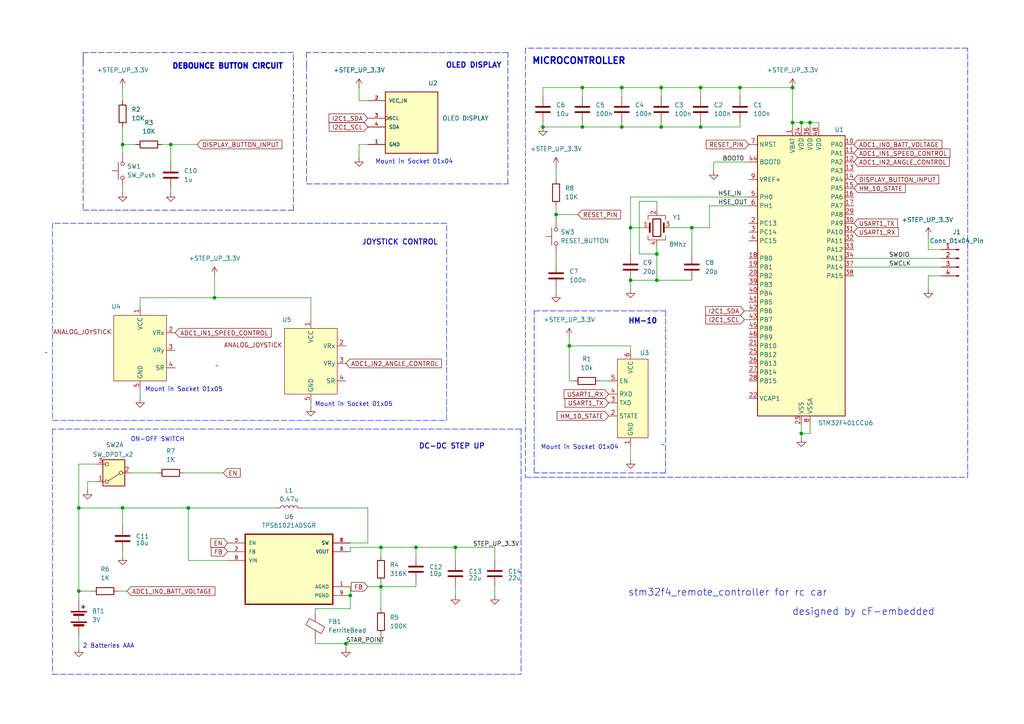
<source format=kicad_sch>
(kicad_sch (version 20231120) (generator "eeschema") (generator_version "8.0")
  (paper "A4")
  (lib_symbols
    (symbol "Connector:Conn_01x04_Pin" (pin_names (offset 1.016) hide)
      (property "Reference" "J" (at 0 5.08 0))
      (property "Value" "Conn_01x04_Pin" (at 0 -7.62 0))
      (symbol "Conn_01x04_Pin_1_1"
        (polyline (pts (xy 1.27 -5.08) (xy 0.8636 -5.08)) (stroke (width 0.1524)))
        (polyline (pts (xy 1.27 -2.54) (xy 0.8636 -2.54)) (stroke (width 0.1524)))
        (polyline (pts (xy 1.27 0) (xy 0.8636 0)) (stroke (width 0.1524)))
        (polyline (pts (xy 1.27 2.54) (xy 0.8636 2.54)) (stroke (width 0.1524)))
        (rectangle (start 0.8636 -4.953) (end 0 -5.207) (stroke (width 0.1524)) (fill (type outline)))
        (rectangle (start 0.8636 -2.413) (end 0 -2.667) (stroke (width 0.1524)) (fill (type outline)))
        (rectangle (start 0.8636 0.127) (end 0 -0.127) (stroke (width 0.1524)) (fill (type outline)))
        (rectangle (start 0.8636 2.667) (end 0 2.413) (stroke (width 0.1524)) (fill (type outline)))
        (pin passive line (at 5.08 2.54 180) (length 3.81) (name "Pin_1") (number "1"))
        (pin passive line (at 5.08 0 180) (length 3.81) (name "Pin_2") (number "2"))
        (pin passive line (at 5.08 -2.54 180) (length 3.81) (name "Pin_3") (number "3"))
        (pin passive line (at 5.08 -5.08 180) (length 3.81) (name "Pin_4") (number "4"))
      )
    )
    (symbol "DM-OLED096-636:DM-OLED096-636" (pin_names (offset 1.016))
      (property "Reference" "U" (at -7.62 10.922 0))
      (property "Value" "DM-OLED096-636" (at -7.62 -10.16 0))
      (symbol "DM-OLED096-636_0_0"
        (rectangle (start -7.62 -7.62) (end 7.62 10.16) (stroke (width 0.254)) (fill (type background)))
        (pin power_in line (at 12.7 -5.08 180) (length 5.08) (name "GND") (number "1"))
        (pin power_in line (at 12.7 7.62 180) (length 5.08) (name "VCC_IN") (number "2"))
        (pin input clock (at 12.7 2.54 180) (length 5.08) (name "SCL") (number "3"))
        (pin bidirectional line (at 12.7 0 180) (length 5.08) (name "SDA") (number "4"))
      )
    )
    (symbol "Device:Battery" (pin_numbers hide) (pin_names (offset 0) hide)
      (property "Reference" "BT" (at 2.54 2.54 0))
      (property "Value" "Battery" (at 2.54 0 0))
      (symbol "Battery_0_1"
        (rectangle (start -2.286 -1.27) (end 2.286 -1.524) (fill (type outline)))
        (rectangle (start -2.286 1.778) (end 2.286 1.524) (fill (type outline)))
        (rectangle (start -1.524 -2.032) (end 1.524 -2.54) (fill (type outline)))
        (rectangle (start -1.524 1.016) (end 1.524 0.508) (fill (type outline)))
        (polyline (pts (xy 0 -1.016) (xy 0 -0.762)))
        (polyline (pts (xy 0 -0.508) (xy 0 -0.254)))
        (polyline (pts (xy 0 0) (xy 0 0.254)))
        (polyline (pts (xy 0 1.778) (xy 0 2.54)))
        (polyline (pts (xy 0.762 3.048) (xy 1.778 3.048)) (stroke (width 0.254)))
        (polyline (pts (xy 1.27 3.556) (xy 1.27 2.54)) (stroke (width 0.254)))
      )
      (symbol "Battery_1_1"
        (pin passive line (at 0 5.08 270) (length 2.54) (name "+") (number "1"))
        (pin passive line (at 0 -5.08 90) (length 2.54) (name "-") (number "2"))
      )
    )
    (symbol "Device:C" (pin_numbers hide) (pin_names (offset 0.254))
      (property "Reference" "C" (at 0.635 2.54 0))
      (property "Value" "C" (at 0.635 -2.54 0))
      (symbol "C_0_1"
        (polyline (pts (xy -2.032 -0.762) (xy 2.032 -0.762)) (stroke (width 0.508)))
        (polyline (pts (xy -2.032 0.762) (xy 2.032 0.762)) (stroke (width 0.508)))
      )
      (symbol "C_1_1"
        (pin passive line (at 0 3.81 270) (length 2.794) (name "~") (number "1"))
        (pin passive line (at 0 -3.81 90) (length 2.794) (name "~") (number "2"))
      )
    )
    (symbol "Device:Crystal_GND24" (pin_names (offset 1.016) hide)
      (property "Reference" "Y" (at 3.175 5.08 0))
      (property "Value" "Crystal_GND24" (at 3.175 3.175 0))
      (symbol "Crystal_GND24_0_1"
        (rectangle (start -1.143 2.54) (end 1.143 -2.54) (stroke (width 0.3048)))
        (polyline (pts (xy -2.54 0) (xy -2.032 0)))
        (polyline (pts (xy -2.032 -1.27) (xy -2.032 1.27)) (stroke (width 0.508)))
        (polyline (pts (xy 0 -3.81) (xy 0 -3.556)))
        (polyline (pts (xy 0 3.556) (xy 0 3.81)))
        (polyline (pts (xy 2.032 -1.27) (xy 2.032 1.27)) (stroke (width 0.508)))
        (polyline (pts (xy 2.032 0) (xy 2.54 0)))
        (polyline (pts (xy -2.54 -2.286) (xy -2.54 -3.556) (xy 2.54 -3.556) (xy 2.54 -2.286)))
        (polyline (pts (xy -2.54 2.286) (xy -2.54 3.556) (xy 2.54 3.556) (xy 2.54 2.286)))
      )
      (symbol "Crystal_GND24_1_1"
        (pin passive line (at -3.81 0 0) (length 1.27) (name "1") (number "1"))
        (pin passive line (at 0 5.08 270) (length 1.27) (name "2") (number "2"))
        (pin passive line (at 3.81 0 180) (length 1.27) (name "3") (number "3"))
        (pin passive line (at 0 -5.08 90) (length 1.27) (name "4") (number "4"))
      )
    )
    (symbol "Device:FerriteBead" (pin_numbers hide) (pin_names (offset 0))
      (property "Reference" "FB" (at -3.81 0.635 90))
      (property "Value" "FerriteBead" (at 3.81 0 90))
      (symbol "FerriteBead_0_1"
        (polyline (pts (xy 0 -1.27) (xy 0 -1.2192)))
        (polyline (pts (xy 0 1.27) (xy 0 1.2954)))
        (polyline (pts (xy -2.7686 0.4064) (xy -1.7018 2.2606) (xy 2.7686 -0.3048) (xy 1.6764 -2.159) (xy -2.7686 0.4064)))
      )
      (symbol "FerriteBead_1_1"
        (pin passive line (at 0 3.81 270) (length 2.54) (name "~") (number "1"))
        (pin passive line (at 0 -3.81 90) (length 2.54) (name "~") (number "2"))
      )
    )
    (symbol "Device:L" (pin_numbers hide) (pin_names (offset 1.016) hide)
      (property "Reference" "L" (at -1.27 0 90))
      (property "Value" "L" (at 1.905 0 90))
      (symbol "L_0_1"
        (arc (start 0 -2.54) (mid 0.6323 -1.905) (end 0 -1.27))
        (arc (start 0 -1.27) (mid 0.6323 -0.635) (end 0 0))
        (arc (start 0 0) (mid 0.6323 0.635) (end 0 1.27))
        (arc (start 0 1.27) (mid 0.6323 1.905) (end 0 2.54))
      )
      (symbol "L_1_1"
        (pin passive line (at 0 3.81 270) (length 1.27) (name "1") (number "1"))
        (pin passive line (at 0 -3.81 90) (length 1.27) (name "2") (number "2"))
      )
    )
    (symbol "Device:R" (pin_numbers hide) (pin_names (offset 0))
      (property "Reference" "R" (at 2.032 0 90))
      (property "Value" "R" (at 0 0 90))
      (symbol "R_0_1"
        (rectangle (start -1.016 -2.54) (end 1.016 2.54) (stroke (width 0.254)))
      )
      (symbol "R_1_1"
        (pin passive line (at 0 3.81 270) (length 1.27) (name "~") (number "1"))
        (pin passive line (at 0 -3.81 90) (length 1.27) (name "~") (number "2"))
      )
    )
    (symbol "MCU_ST_STM32F4:STM32F401CCUx"
      (property "Reference" "U" (at -12.7 41.91 0))
      (property "Value" "STM32F401CCUx" (at 7.62 41.91 0))
      (symbol "STM32F401CCUx_0_1"
        (rectangle (start -12.7 -40.64) (end 12.7 40.64) (stroke (width 0.254)) (fill (type background)))
      )
      (symbol "STM32F401CCUx_1_1"
        (pin power_in line (at -2.54 43.18 270) (length 2.54) (name "VBAT") (number "1"))
        (pin bidirectional line (at 15.24 38.1 180) (length 2.54) (name "PA0") (number "10"))
        (pin bidirectional line (at 15.24 35.56 180) (length 2.54) (name "PA1") (number "11"))
        (pin bidirectional line (at 15.24 33.02 180) (length 2.54) (name "PA2") (number "12"))
        (pin bidirectional line (at 15.24 30.48 180) (length 2.54) (name "PA3") (number "13"))
        (pin bidirectional line (at 15.24 27.94 180) (length 2.54) (name "PA4") (number "14"))
        (pin bidirectional line (at 15.24 25.4 180) (length 2.54) (name "PA5") (number "15"))
        (pin bidirectional line (at 15.24 22.86 180) (length 2.54) (name "PA6") (number "16"))
        (pin bidirectional line (at 15.24 20.32 180) (length 2.54) (name "PA7") (number "17"))
        (pin bidirectional line (at -15.24 5.08 0) (length 2.54) (name "PB0") (number "18"))
        (pin bidirectional line (at -15.24 2.54 0) (length 2.54) (name "PB1") (number "19"))
        (pin bidirectional line (at -15.24 15.24 0) (length 2.54) (name "PC13") (number "2"))
        (pin bidirectional line (at -15.24 0 0) (length 2.54) (name "PB2") (number "20"))
        (pin bidirectional line (at -15.24 -20.32 0) (length 2.54) (name "PB10") (number "21"))
        (pin power_out line (at -15.24 -35.56 0) (length 2.54) (name "VCAP1") (number "22"))
        (pin power_in line (at 0 -43.18 90) (length 2.54) (name "VSS") (number "23"))
        (pin power_in line (at 0 43.18 270) (length 2.54) (name "VDD") (number "24"))
        (pin bidirectional line (at -15.24 -22.86 0) (length 2.54) (name "PB12") (number "25"))
        (pin bidirectional line (at -15.24 -25.4 0) (length 2.54) (name "PB13") (number "26"))
        (pin bidirectional line (at -15.24 -27.94 0) (length 2.54) (name "PB14") (number "27"))
        (pin bidirectional line (at -15.24 -30.48 0) (length 2.54) (name "PB15") (number "28"))
        (pin bidirectional line (at 15.24 17.78 180) (length 2.54) (name "PA8") (number "29"))
        (pin bidirectional line (at -15.24 12.7 0) (length 2.54) (name "PC14") (number "3"))
        (pin bidirectional line (at 15.24 15.24 180) (length 2.54) (name "PA9") (number "30"))
        (pin bidirectional line (at 15.24 12.7 180) (length 2.54) (name "PA10") (number "31"))
        (pin bidirectional line (at 15.24 10.16 180) (length 2.54) (name "PA11") (number "32"))
        (pin bidirectional line (at 15.24 7.62 180) (length 2.54) (name "PA12") (number "33"))
        (pin bidirectional line (at 15.24 5.08 180) (length 2.54) (name "PA13") (number "34"))
        (pin passive line (at 0 -43.18 90) (length 2.54) hide (name "VSS") (number "35"))
        (pin power_in line (at 2.54 43.18 270) (length 2.54) (name "VDD") (number "36"))
        (pin bidirectional line (at 15.24 2.54 180) (length 2.54) (name "PA14") (number "37"))
        (pin bidirectional line (at 15.24 0 180) (length 2.54) (name "PA15") (number "38"))
        (pin bidirectional line (at -15.24 -2.54 0) (length 2.54) (name "PB3") (number "39"))
        (pin bidirectional line (at -15.24 10.16 0) (length 2.54) (name "PC15") (number "4"))
        (pin bidirectional line (at -15.24 -5.08 0) (length 2.54) (name "PB4") (number "40"))
        (pin bidirectional line (at -15.24 -7.62 0) (length 2.54) (name "PB5") (number "41"))
        (pin bidirectional line (at -15.24 -10.16 0) (length 2.54) (name "PB6") (number "42"))
        (pin bidirectional line (at -15.24 -12.7 0) (length 2.54) (name "PB7") (number "43"))
        (pin input line (at -15.24 33.02 0) (length 2.54) (name "BOOT0") (number "44"))
        (pin bidirectional line (at -15.24 -15.24 0) (length 2.54) (name "PB8") (number "45"))
        (pin bidirectional line (at -15.24 -17.78 0) (length 2.54) (name "PB9") (number "46"))
        (pin passive line (at 0 -43.18 90) (length 2.54) hide (name "VSS") (number "47"))
        (pin power_in line (at 5.08 43.18 270) (length 2.54) (name "VDD") (number "48"))
        (pin passive line (at 0 -43.18 90) (length 2.54) hide (name "VSS") (number "49"))
        (pin bidirectional line (at -15.24 22.86 0) (length 2.54) (name "PH0") (number "5"))
        (pin bidirectional line (at -15.24 20.32 0) (length 2.54) (name "PH1") (number "6"))
        (pin input line (at -15.24 38.1 0) (length 2.54) (name "NRST") (number "7"))
        (pin power_in line (at 2.54 -43.18 90) (length 2.54) (name "VSSA") (number "8"))
        (pin input line (at -15.24 27.94 0) (length 2.54) (name "VREF+") (number "9"))
      )
    )
    (symbol "Switch:SW_DPDT_x2" (pin_names (offset 0) hide)
      (property "Reference" "SW" (at 0 5.08 0))
      (property "Value" "SW_DPDT_x2" (at 0 -5.08 0))
      (symbol "SW_DPDT_x2_0_0"
        (circle (center -2.032 0) (radius 0.508))
        (circle (center 2.032 -2.54) (radius 0.508))
      )
      (symbol "SW_DPDT_x2_0_1"
        (rectangle (start -3.175 3.81) (end 3.175 -3.81) (stroke (width 0.254)) (fill (type background)))
        (polyline (pts (xy -1.524 0.254) (xy 1.5748 2.286)))
        (circle (center 2.032 2.54) (radius 0.508))
      )
      (symbol "SW_DPDT_x2_1_1"
        (pin passive line (at 5.08 2.54 180) (length 2.54) (name "A") (number "1"))
        (pin passive line (at -5.08 0 0) (length 2.54) (name "B") (number "2"))
        (pin passive line (at 5.08 -2.54 180) (length 2.54) (name "C") (number "3"))
      )
      (symbol "SW_DPDT_x2_2_1"
        (pin passive line (at 5.08 2.54 180) (length 2.54) (name "A") (number "4"))
        (pin passive line (at -5.08 0 0) (length 2.54) (name "B") (number "5"))
        (pin passive line (at 5.08 -2.54 180) (length 2.54) (name "C") (number "6"))
      )
    )
    (symbol "Switch:SW_Push" (pin_numbers hide) (pin_names (offset 1.016) hide)
      (property "Reference" "SW" (at 1.27 2.54 0))
      (property "Value" "SW_Push" (at 0 -1.524 0))
      (symbol "SW_Push_0_1"
        (circle (center -2.032 0) (radius 0.508))
        (polyline (pts (xy 0 1.27) (xy 0 3.048)))
        (polyline (pts (xy 2.54 1.27) (xy -2.54 1.27)))
        (circle (center 2.032 0) (radius 0.508))
        (pin passive line (at -5.08 0 0) (length 2.54) (name "1") (number "1"))
        (pin passive line (at 5.08 0 180) (length 2.54) (name "2") (number "2"))
      )
    )
    (symbol "TPS61021ADSGR:TPS61021ADSGR" (pin_names (offset 1.016))
      (property "Reference" "U" (at -12.7 11.16 0))
      (property "Value" "TPS61021ADSGR" (at -12.7 -14.16 0))
      (symbol "TPS61021ADSGR_0_0"
        (rectangle (start -12.7 -10.16) (end 12.7 10.16) (stroke (width 0.41)) (fill (type background)))
        (pin power_in line (at 17.78 -5.08 180) (length 5.08) (name "AGND") (number "1"))
        (pin input line (at -17.78 5.08 0) (length 5.08) (name "FB") (number "2"))
        (pin output line (at 17.78 5.08 180) (length 5.08) (name "VOUT") (number "3"))
        (pin output line (at 17.78 5.08 180) (length 5.08) (name "VOUT") (number "4"))
        (pin input line (at -17.78 7.62 0) (length 5.08) (name "EN") (number "5"))
        (pin output line (at 17.78 7.62 180) (length 5.08) (name "SW") (number "6"))
        (pin output line (at 17.78 7.62 180) (length 5.08) (name "SW") (number "7"))
        (pin input line (at -17.78 2.54 0) (length 5.08) (name "VIN") (number "8"))
        (pin power_in line (at 17.78 -7.62 180) (length 5.08) (name "PGND") (number "9"))
      )
    )
    (symbol "hm-10:hm-10"
      (property "Reference" "U" (at 1.778 12.7 0))
      (symbol "hm-10_1_1"
        (rectangle (start -3.81 11.43) (end 5.08 -11.43) (fill (type background)))
        (pin input line (at 0 -13.97 90) (length 2.54) (name "GND") (number "1"))
        (pin input line (at -6.35 -5.08 0) (length 2.54) (name "STATE") (number "2"))
        (pin input line (at -6.35 -1.27 0) (length 2.54) (name "TXD") (number "3"))
        (pin input line (at -6.35 1.27 0) (length 2.54) (name "RXD") (number "4"))
        (pin input line (at -6.35 5.08 0) (length 2.54) (name "EN") (number "5"))
        (pin input line (at 0 13.97 270) (length 2.54) (name "VCC") (number "6"))
      )
    )
    (symbol "joystick:analog_joystick"
      (property "Reference" "U" (at 7.62 -13.97 0))
      (symbol "analog_joystick_1_1"
        (rectangle (start -6.35 7.62) (end 8.89 -11.43) (fill (type background)))
        (text "ANALOG_JOYSTICK" (at 18.034 2.794 0) (effects (font (size 1.27 1.27))))
        (pin input line (at 1.27 10.16 270) (length 2.54) (name "VCC") (number "1"))
        (pin input line (at -8.89 2.54 0) (length 2.54) (name "VRx") (number "2"))
        (pin input line (at -8.89 -2.54 0) (length 2.54) (name "VRy") (number "3"))
        (pin input line (at -8.89 -7.62 0) (length 2.54) (name "SR") (number "4"))
        (pin input line (at 1.27 -13.97 90) (length 2.54) (name "GND") (number "5"))
      )
    )
    (symbol "power:+BATT" (power) (pin_numbers hide) (pin_names (offset 0) hide)
      (property "Value" "+BATT" (at 0 3.556 0))
      (symbol "+BATT_0_1"
        (polyline (pts (xy -0.762 1.27) (xy 0 2.54)))
        (polyline (pts (xy 0 0) (xy 0 2.54)))
        (polyline (pts (xy 0 2.54) (xy 0.762 1.27)))
      )
      (symbol "+BATT_1_1"
        (pin power_in line (at 0 0 90) (length 0) (name "~") (number "1"))
      )
    )
    (symbol "power:GND" (power) (pin_numbers hide) (pin_names (offset 0) hide)
      (property "Value" "GND" (at 0 -3.81 0))
      (symbol "GND_0_1"
        (polyline (pts (xy 0 0) (xy 0 -1.27) (xy 1.27 -1.27) (xy 0 -2.54) (xy -1.27 -1.27) (xy 0 -1.27)))
      )
      (symbol "GND_1_1"
        (pin power_in line (at 0 0 270) (length 0) (name "~") (number "1"))
      )
    )
  )
  (junction (at 100.33 186.69))
  (junction (at 35.56 147.32))
  (junction (at 191.77 36.83))
  (junction (at 101.6 172.72))
  (junction (at 229.87 25.4))
  (junction (at 161.29 62.23))
  (junction (at 232.41 35.56))
  (junction (at 182.88 66.04))
  (junction (at 168.91 36.83))
  (junction (at 214.63 25.4))
  (junction (at 62.23 86.36))
  (junction (at 168.91 25.4))
  (junction (at 110.49 158.75))
  (junction (at 165.1 100.33))
  (junction (at 35.56 41.91))
  (junction (at 200.66 66.04))
  (junction (at 22.86 147.32))
  (junction (at 203.2 36.83))
  (junction (at 190.5 81.28))
  (junction (at 180.34 25.4))
  (junction (at 191.77 25.4))
  (junction (at 229.87 35.56))
  (junction (at 120.65 158.75))
  (junction (at 190.5 73.66))
  (junction (at 234.95 35.56))
  (junction (at 54.61 147.32))
  (junction (at 232.41 125.73))
  (junction (at 110.49 170.18))
  (junction (at 132.08 158.75))
  (junction (at 157.48 36.83))
  (junction (at 49.53 41.91))
  (junction (at 22.86 171.45))
  (junction (at 180.34 36.83))
  (junction (at 203.2 25.4))
  (junction (at 182.88 81.28))
  (wire (pts (xy 152.4 138.43) (xy 280.67 138.43)) (stroke (width 0) (type dash) (color 14 2 255 1)))
  (wire (pts (xy 15.24 195.58) (xy 151.13 195.58)) (stroke (width 0) (type dash) (color 0 3 255 1)))
  (polyline (pts (xy 88.9 53.34) (xy 147.32 53.34)) (stroke (width 0) (type dash)))
  (wire (pts (xy 132.08 158.75) (xy 132.08 162.56)))
  (wire (pts (xy 91.44 176.53) (xy 101.6 176.53)))
  (wire (pts (xy 110.49 170.18) (xy 110.49 176.53)))
  (wire (pts (xy 25.4 142.24) (xy 25.4 139.7)))
  (wire (pts (xy 200.66 66.04) (xy 194.31 66.04)))
  (wire (pts (xy 90.17 116.84) (xy 90.17 118.11)))
  (wire (pts (xy 132.08 170.18) (xy 132.08 172.72)))
  (wire (pts (xy 40.64 113.03) (xy 40.64 115.57)))
  (wire (pts (xy 229.87 35.56) (xy 229.87 36.83)))
  (wire (pts (xy 35.56 25.4) (xy 35.56 29.21)))
  (wire (pts (xy 161.29 48.26) (xy 161.29 52.07)))
  (wire (pts (xy 106.68 41.91) (xy 104.14 41.91)))
  (wire (pts (xy 229.87 25.4) (xy 214.63 25.4)))
  (wire (pts (xy 203.2 25.4) (xy 214.63 25.4)))
  (wire (pts (xy 101.6 158.75) (xy 110.49 158.75)))
  (wire (pts (xy 91.44 186.69) (xy 91.44 185.42)))
  (wire (pts (xy 168.91 36.83) (xy 180.34 36.83)))
  (polyline (pts (xy 88.9 15.24) (xy 88.9 19.05)) (stroke (width 0) (type dash)))
  (wire (pts (xy 190.5 81.28) (xy 200.66 81.28)))
  (wire (pts (xy 22.86 171.45) (xy 26.67 171.45)))
  (wire (pts (xy 180.34 27.94) (xy 180.34 25.4)))
  (wire (pts (xy 161.29 59.69) (xy 161.29 62.23)))
  (wire (pts (xy 232.41 125.73) (xy 232.41 127)))
  (wire (pts (xy 237.49 35.56) (xy 237.49 36.83)))
  (wire (pts (xy 35.56 41.91) (xy 39.37 41.91)))
  (wire (pts (xy 157.48 35.56) (xy 157.48 36.83)))
  (wire (pts (xy 106.68 170.18) (xy 110.49 170.18)))
  (wire (pts (xy 35.56 147.32) (xy 35.56 152.4)))
  (wire (pts (xy 49.53 46.99) (xy 49.53 41.91)))
  (polyline (pts (xy 147.32 15.24) (xy 88.9 15.24)) (stroke (width 0) (type dash)))
  (wire (pts (xy 46.99 41.91) (xy 49.53 41.91)))
  (wire (pts (xy 91.44 176.53) (xy 91.44 177.8)))
  (wire (pts (xy 247.65 77.47) (xy 273.05 77.47)))
  (wire (pts (xy 120.65 170.18) (xy 120.65 168.91)))
  (wire (pts (xy 22.86 173.99) (xy 22.86 171.45)))
  (wire (pts (xy 22.86 184.15) (xy 22.86 187.96)))
  (polyline (pts (xy 24.13 15.24) (xy 24.13 17.78)) (stroke (width 0) (type dash)))
  (wire (pts (xy 49.53 54.61) (xy 49.53 55.88)))
  (wire (pts (xy 54.61 162.56) (xy 54.61 147.32)))
  (wire (pts (xy 49.53 41.91) (xy 57.15 41.91)))
  (wire (pts (xy 269.24 80.01) (xy 269.24 83.82)))
  (wire (pts (xy 191.77 35.56) (xy 191.77 36.83)))
  (wire (pts (xy 106.68 147.32) (xy 106.68 157.48)))
  (wire (pts (xy 35.56 36.83) (xy 35.56 41.91)))
  (wire (pts (xy 190.5 73.66) (xy 190.5 81.28)))
  (wire (pts (xy 151.13 124.46) (xy 15.24 124.46)) (stroke (width 0) (type dash) (color 0 3 255 1)))
  (wire (pts (xy 215.9 90.17) (xy 217.17 90.17)))
  (wire (pts (xy 165.1 100.33) (xy 165.1 110.49)))
  (wire (pts (xy 129.54 64.77) (xy 15.24 64.77)) (stroke (width 0) (type dash) (color 0 25 255 1)))
  (wire (pts (xy 110.49 170.18) (xy 120.65 170.18)))
  (wire (pts (xy 165.1 100.33) (xy 182.88 100.33)))
  (wire (pts (xy 182.88 100.33) (xy 182.88 101.6)))
  (wire (pts (xy 193.04 90.17) (xy 193.04 137.16)) (stroke (width 0) (type dash) (color 4 0 255 1)))
  (wire (pts (xy 101.6 158.75) (xy 101.6 160.02)))
  (wire (pts (xy 34.29 171.45) (xy 36.83 171.45)))
  (wire (pts (xy 190.5 58.42) (xy 185.42 58.42)))
  (wire (pts (xy 38.1 137.16) (xy 45.72 137.16)))
  (wire (pts (xy 157.48 36.83) (xy 168.91 36.83)))
  (wire (pts (xy 234.95 35.56) (xy 232.41 35.56)))
  (wire (pts (xy 120.65 158.75) (xy 120.65 161.29)))
  (wire (pts (xy 62.23 86.36) (xy 90.17 86.36)))
  (wire (pts (xy 207.01 46.99) (xy 207.01 49.53)))
  (wire (pts (xy 54.61 147.32) (xy 80.01 147.32)))
  (wire (pts (xy 273.05 80.01) (xy 269.24 80.01)))
  (wire (pts (xy 35.56 147.32) (xy 54.61 147.32)))
  (wire (pts (xy 35.56 160.02) (xy 35.56 161.29)))
  (wire (pts (xy 91.44 186.69) (xy 100.33 186.69)))
  (polyline (pts (xy 24.13 16.51) (xy 24.13 17.78)))
  (wire (pts (xy 25.4 139.7) (xy 27.94 139.7)))
  (wire (pts (xy 203.2 35.56) (xy 203.2 36.83)))
  (wire (pts (xy 100.33 186.69) (xy 110.49 186.69)))
  (wire (pts (xy 154.94 90.17) (xy 193.04 90.17)) (stroke (width 0) (type dash) (color 4 0 255 1)))
  (wire (pts (xy 110.49 186.69) (xy 110.49 184.15)))
  (wire (pts (xy 40.64 86.36) (xy 40.64 88.9)))
  (wire (pts (xy 234.95 123.19) (xy 234.95 125.73)))
  (wire (pts (xy 15.24 124.46) (xy 15.24 195.58)) (stroke (width 0) (type dash) (color 0 3 255 1)))
  (wire (pts (xy 190.5 71.12) (xy 190.5 73.66)))
  (wire (pts (xy 232.41 123.19) (xy 232.41 125.73)))
  (polyline (pts (xy 24.13 60.96) (xy 85.09 60.96)) (stroke (width 0) (type dash)))
  (wire (pts (xy 182.88 57.15) (xy 182.88 66.04)))
  (wire (pts (xy 234.95 35.56) (xy 234.95 36.83)))
  (wire (pts (xy 280.67 138.43) (xy 280.67 13.97)) (stroke (width 0) (type dash) (color 14 2 255 1)))
  (wire (pts (xy 161.29 62.23) (xy 161.29 63.5)))
  (wire (pts (xy 185.42 73.66) (xy 190.5 73.66)))
  (wire (pts (xy 191.77 27.94) (xy 191.77 25.4)))
  (wire (pts (xy 273.05 72.39) (xy 269.24 72.39)))
  (wire (pts (xy 101.6 176.53) (xy 101.6 172.72)))
  (wire (pts (xy 157.48 25.4) (xy 168.91 25.4)))
  (wire (pts (xy 182.88 81.28) (xy 190.5 81.28)))
  (wire (pts (xy 234.95 125.73) (xy 232.41 125.73)))
  (wire (pts (xy 101.6 157.48) (xy 106.68 157.48)))
  (wire (pts (xy 185.42 58.42) (xy 185.42 73.66)))
  (wire (pts (xy 104.14 41.91) (xy 104.14 45.72)))
  (wire (pts (xy 129.54 121.92) (xy 129.54 64.77)) (stroke (width 0) (type dash) (color 0 25 255 1)))
  (wire (pts (xy 180.34 35.56) (xy 180.34 36.83)))
  (wire (pts (xy 207.01 46.99) (xy 217.17 46.99)))
  (wire (pts (xy 173.99 110.49) (xy 176.53 110.49)))
  (wire (pts (xy 154.94 137.16) (xy 154.94 90.17)) (stroke (width 0) (type dash) (color 4 0 255 1)))
  (wire (pts (xy 182.88 129.54) (xy 182.88 133.35)))
  (wire (pts (xy 237.49 35.56) (xy 234.95 35.56)))
  (wire (pts (xy 35.56 54.61) (xy 35.56 55.88)))
  (wire (pts (xy 168.91 27.94) (xy 168.91 25.4)))
  (wire (pts (xy 110.49 158.75) (xy 120.65 158.75)))
  (wire (pts (xy 40.64 86.36) (xy 62.23 86.36)))
  (wire (pts (xy 215.9 92.71) (xy 217.17 92.71)))
  (wire (pts (xy 217.17 57.15) (xy 182.88 57.15)))
  (wire (pts (xy 205.74 66.04) (xy 200.66 66.04)))
  (wire (pts (xy 66.04 162.56) (xy 54.61 162.56)))
  (wire (pts (xy 22.86 147.32) (xy 35.56 147.32)))
  (wire (pts (xy 110.49 168.91) (xy 110.49 170.18)))
  (wire (pts (xy 53.34 137.16) (xy 64.77 137.16)))
  (wire (pts (xy 165.1 100.33) (xy 165.1 97.79)))
  (polyline (pts (xy 88.9 19.05) (xy 88.9 53.34)) (stroke (width 0) (type dash)))
  (wire (pts (xy 110.49 161.29) (xy 110.49 158.75)))
  (wire (pts (xy 191.77 36.83) (xy 203.2 36.83)))
  (wire (pts (xy 200.66 66.04) (xy 200.66 73.66)))
  (wire (pts (xy 182.88 66.04) (xy 182.88 73.66)))
  (wire (pts (xy 27.94 134.62) (xy 22.86 134.62)))
  (wire (pts (xy 157.48 27.94) (xy 157.48 25.4)))
  (wire (pts (xy 161.29 62.23) (xy 167.64 62.23)))
  (wire (pts (xy 180.34 25.4) (xy 191.77 25.4)))
  (wire (pts (xy 62.23 80.01) (xy 62.23 86.36)))
  (wire (pts (xy 269.24 68.58) (xy 269.24 72.39)))
  (wire (pts (xy 168.91 35.56) (xy 168.91 36.83)))
  (wire (pts (xy 217.17 59.69) (xy 205.74 59.69)))
  (wire (pts (xy 120.65 158.75) (xy 132.08 158.75)))
  (wire (pts (xy 190.5 60.96) (xy 190.5 58.42)))
  (wire (pts (xy 193.04 137.16) (xy 154.94 137.16)) (stroke (width 0) (type dash) (color 4 0 255 1)))
  (wire (pts (xy 90.17 92.71) (xy 90.17 86.36)))
  (wire (pts (xy 280.67 13.97) (xy 152.4 13.97)) (stroke (width 0) (type dash) (color 14 2 255 1)))
  (wire (pts (xy 15.24 121.92) (xy 129.54 121.92)) (stroke (width 0) (type dash) (color 0 25 255 1)))
  (polyline (pts (xy 85.09 15.24) (xy 24.13 15.24)) (stroke (width 0) (type dash)))
  (wire (pts (xy 168.91 25.4) (xy 180.34 25.4)))
  (wire (pts (xy 104.14 25.4) (xy 104.14 29.21)))
  (wire (pts (xy 182.88 81.28) (xy 182.88 83.82)))
  (wire (pts (xy 161.29 73.66) (xy 161.29 76.2)))
  (wire (pts (xy 180.34 36.83) (xy 191.77 36.83)))
  (wire (pts (xy 232.41 35.56) (xy 232.41 36.83)))
  (wire (pts (xy 166.37 110.49) (xy 165.1 110.49)))
  (polyline (pts (xy 85.09 60.96) (xy 85.09 15.24)) (stroke (width 0) (type dash)))
  (wire (pts (xy 151.13 124.46) (xy 151.13 195.58)) (stroke (width 0) (type dash) (color 0 3 255 1)))
  (wire (pts (xy 143.51 170.18) (xy 143.51 172.72)))
  (wire (pts (xy 132.08 158.75) (xy 143.51 158.75)))
  (wire (pts (xy 87.63 147.32) (xy 106.68 147.32)))
  (wire (pts (xy 161.29 83.82) (xy 161.29 85.09)))
  (wire (pts (xy 191.77 25.4) (xy 203.2 25.4)))
  (polyline (pts (xy 24.13 17.78) (xy 24.13 60.96)) (stroke (width 0) (type dash)))
  (wire (pts (xy 214.63 25.4) (xy 214.63 27.94)))
  (polyline (pts (xy 147.32 53.34) (xy 147.32 15.24)) (stroke (width 0) (type dash)))
  (wire (pts (xy 101.6 170.18) (xy 101.6 172.72)))
  (wire (pts (xy 182.88 66.04) (xy 186.69 66.04)))
  (wire (pts (xy 214.63 35.56) (xy 214.63 36.83)))
  (wire (pts (xy 247.65 74.93) (xy 273.05 74.93)))
  (wire (pts (xy 100.33 187.96) (xy 100.33 186.69)))
  (wire (pts (xy 152.4 13.97) (xy 152.4 138.43)) (stroke (width 0) (type dash) (color 14 2 255 1)))
  (wire (pts (xy 15.24 64.77) (xy 15.24 121.92)) (stroke (width 0) (type dash) (color 0 25 255 1)))
  (wire (pts (xy 106.68 29.21) (xy 104.14 29.21)))
  (wire (pts (xy 229.87 25.4) (xy 229.87 35.56)))
  (wire (pts (xy 203.2 36.83) (xy 214.63 36.83)))
  (wire (pts (xy 203.2 27.94) (xy 203.2 25.4)))
  (wire (pts (xy 22.86 171.45) (xy 22.86 147.32)))
  (wire (pts (xy 205.74 59.69) (xy 205.74 66.04)))
  (wire (pts (xy 22.86 134.62) (xy 22.86 147.32)))
  (wire (pts (xy 232.41 35.56) (xy 229.87 35.56)))
  (wire (pts (xy 35.56 44.45) (xy 35.56 41.91)))
  (wire (pts (xy 143.51 158.75) (xy 143.51 162.56)))
  (text "MICROCONTROLLER" (at 167.894 17.78 0) (effects (font (size 1.905 1.905) (thickness 0.381) (bold yes))))
  (text "ON-OFF SWITCH\n" (at 45.72 127.508 0) (effects (font (size 1.27 1.27))))
  (text "stm32f4_remote_controller for rc car" (at 211.074 171.958 0) (effects (font (size 2.032 2.032))))
  (text "Mount in Socket 01x05" (at 53.34 113.03 0) (effects (font (size 1.27 1.27))))
  (text "Mount in Socket 01x04" (at 168.148 129.794 0) (effects (font (size 1.27 1.27))))
  (text "DC-DC STEP UP\n" (at 131.064 129.54 0) (effects (font (size 1.524 1.524) (thickness 0.254) (bold yes))))
  (text "HM-10" (at 186.436 93.218 0) (effects (font (size 1.524 1.524) (thickness 0.3048) (bold yes))))
  (text "OLED DISPLAY" (at 137.414 19.05 0) (effects (font (size 1.524 1.524) (thickness 0.3048) (bold yes))))
  (text "2 Batteries AAA\n" (at 31.496 187.452 0) (effects (font (size 1.27 1.27))))
  (text "Mount in Socket 01x05" (at 102.616 117.348 0) (effects (font (size 1.27 1.27))))
  (text "Mount in Socket 01x04" (at 120.142 46.99 0) (effects (font (size 1.27 1.27))))
  (text "designed by cF-embedded" (at 250.444 177.546 0) (effects (font (size 2.032 2.032))))
  (text "DEBOUNCE BUTTON CIRCUIT\n" (at 66.04 19.304 0) (effects (font (size 1.524 1.524) (thickness 0.381) (bold yes))))
  (text "JOYSTICK CONTROL " (at 116.586 70.358 0) (effects (font (size 1.524 1.524) (thickness 0.254) (bold yes))))
  (label "HSE_IN" (at 208.28 57.15 0))
  (label "SWCLK" (at 257.81 77.47 0))
  (label "SWDIO" (at 257.81 74.93 0))
  (label "STEP_UP_3.3V" (at 137.16 158.75 0))
  (label "BOOT0" (at 209.55 46.99 0))
  (label "HSE_OUT" (at 208.28 59.69 0))
  (label "STAR_POINT" (at 100.33 186.69 0))
  (global_label "I2C1_SDA" (shape input) (at 106.68 34.29 180) (property "Intersheetrefs" "${INTERSHEET_REFS}" (effects (hide yes))))
  (global_label "I2C1_SCL" (shape input) (at 215.9 92.71 180) (property "Intersheetrefs" "${INTERSHEET_REFS}" (effects (hide yes))))
  (global_label "DISPLAY_BUTTON_INPUT" (shape input) (at 247.65 52.07 0) (property "Intersheetrefs" "${INTERSHEET_REFS}" (effects (hide yes))))
  (global_label "USART1_RX" (shape input) (at 176.53 114.3 180) (property "Intersheetrefs" "${INTERSHEET_REFS}" (effects (hide yes))))
  (global_label "ADC1_IN2_ANGLE_CONTROL" (shape input) (at 247.65 46.99 0) (property "Intersheetrefs" "${INTERSHEET_REFS}" (effects (hide yes))))
  (global_label "DISPLAY_BUTTON_INPUT" (shape input) (at 57.15 41.91 0) (property "Intersheetrefs" "${INTERSHEET_REFS}" (effects (hide yes))))
  (global_label "FB" (shape input) (at 66.04 160.02 180) (property "Intersheetrefs" "${INTERSHEET_REFS}" (effects (hide yes))))
  (global_label "ADC1_IN1_SPEED_CONTROL" (shape input) (at 247.65 44.45 0) (property "Intersheetrefs" "${INTERSHEET_REFS}" (effects (hide yes))))
  (global_label "RESET_PIN" (shape input) (at 217.17 41.91 180) (property "Intersheetrefs" "${INTERSHEET_REFS}" (effects (hide yes))))
  (global_label "EN" (shape input) (at 64.77 137.16 0) (property "Intersheetrefs" "${INTERSHEET_REFS}" (effects (hide yes))))
  (global_label "I2C1_SCL" (shape input) (at 106.68 36.83 180) (property "Intersheetrefs" "${INTERSHEET_REFS}" (effects (hide yes))))
  (global_label "RESET_PIN" (shape input) (at 167.64 62.23 0) (property "Intersheetrefs" "${INTERSHEET_REFS}" (effects (hide yes))))
  (global_label "ADC1_IN0_BATT_VOLTAGE" (shape input) (at 247.65 41.91 0) (property "Intersheetrefs" "${INTERSHEET_REFS}" (effects (hide yes))))
  (global_label "EN" (shape input) (at 66.04 157.48 180) (property "Intersheetrefs" "${INTERSHEET_REFS}" (effects (hide yes))))
  (global_label "HM_10_STATE" (shape input) (at 176.53 120.65 180) (property "Intersheetrefs" "${INTERSHEET_REFS}" (effects (hide yes))))
  (global_label "ADC1_IN1_SPEED_CONTROL" (shape input) (at 50.8 96.52 0) (property "Intersheetrefs" "${INTERSHEET_REFS}" (effects (hide yes))))
  (global_label "USART1_TX" (shape input) (at 247.65 64.77 0) (property "Intersheetrefs" "${INTERSHEET_REFS}" (effects (hide yes))))
  (global_label "I2C1_SDA" (shape input) (at 215.9 90.17 180) (property "Intersheetrefs" "${INTERSHEET_REFS}" (effects (hide yes))))
  (global_label "FB" (shape input) (at 106.68 170.18 180) (property "Intersheetrefs" "${INTERSHEET_REFS}" (effects (hide yes))))
  (global_label "ADC1_IN2_ANGLE_CONTROL" (shape input) (at 100.33 105.41 0) (property "Intersheetrefs" "${INTERSHEET_REFS}" (effects (hide yes))))
  (global_label "USART1_TX" (shape input) (at 176.53 116.84 180) (property "Intersheetrefs" "${INTERSHEET_REFS}" (effects (hide yes))))
  (global_label "USART1_RX" (shape input) (at 247.65 67.31 0) (property "Intersheetrefs" "${INTERSHEET_REFS}" (effects (hide yes))))
  (global_label "HM_10_STATE" (shape input) (at 247.65 54.61 0) (property "Intersheetrefs" "${INTERSHEET_REFS}" (effects (hide yes))))
  (global_label "ADC1_IN0_BATT_VOLTAGE" (shape input) (at 36.83 171.45 0) (property "Intersheetrefs" "${INTERSHEET_REFS}" (effects (hide yes))))
  (symbol (lib_id "joystick:analog_joystick") (at 91.44 102.87 0) (mirror y) (unit 1)
    (property "Reference" "U5" (at 84.582 92.71 0) (effects (justify left)))
    (property "Value" "~" (at 63.5 106.045 0) (effects (justify left)))
  )
  (symbol (lib_id "Device:R") (at 49.53 137.16 90) (unit 1)
    (property "Reference" "R7" (at 49.53 130.81 90))
    (property "Value" "1K" (at 49.53 133.35 90))
    (property "Description" "Resistor" (effects (hide yes)))
  )
  (symbol (lib_id "Device:C") (at 132.08 166.37 0) (unit 1)
    (property "Reference" "C13" (at 135.89 165.7349 0) (effects (justify left)))
    (property "Value" "22u" (at 135.89 167.64 0) (effects (justify left)))
    (property "Description" "Unpolarized capacitor" (effects (hide yes)))
  )
  (symbol (lib_id "Device:Battery") (at 22.86 179.07 0) (unit 1)
    (property "Reference" "BT1" (at 26.67 177.2284 0) (effects (justify left)))
    (property "Value" "3V" (at 26.67 179.7684 0) (effects (justify left)))
    (property "Description" "Multiple-cell battery" (effects (hide yes)))
  )
  (symbol (lib_id "power:GND") (at 90.17 118.11 0) (unit 1)
    (property "Reference" "#PWR018" (effects (hide yes)))
    (property "Value" "GND" (effects (hide yes)))
    (property "Description" "Power symbol creates a global label with name \"GND\" , ground" (effects (hide yes)))
  )
  (symbol (lib_id "Device:C") (at 120.65 165.1 0) (unit 1)
    (property "Reference" "C12" (at 124.46 164.4649 0) (effects (justify left)))
    (property "Value" "10p" (at 124.46 166.37 0) (effects (justify left)))
    (property "Description" "Unpolarized capacitor" (effects (hide yes)))
  )
  (symbol (lib_id "Device:C") (at 161.29 80.01 0) (unit 1)
    (property "Reference" "C7" (at 165.1 78.7399 0) (effects (justify left)))
    (property "Value" "100n" (at 165.1 81.2799 0) (effects (justify left)))
    (property "Description" "Unpolarized capacitor" (effects (hide yes)))
  )
  (symbol (lib_id "Connector:Conn_01x04_Pin") (at 278.13 74.93 0) (mirror y) (unit 1)
    (property "Reference" "J1" (at 277.495 67.31 0))
    (property "Value" "Conn_01x04_Pin" (at 277.495 69.85 0))
    (property "Description" "Generic connector, single row, 01x04, script generated" (effects (hide yes)))
  )
  (symbol (lib_id "Device:FerriteBead") (at 91.44 181.61 0) (unit 1)
    (property "Reference" "FB1" (at 95.25 180.2891 0) (effects (justify left)))
    (property "Value" "FerriteBead" (at 95.25 182.8291 0) (effects (justify left)))
    (property "Description" "Ferrite bead" (effects (hide yes)))
  )
  (symbol (lib_id "Device:C") (at 191.77 31.75 0) (unit 1)
    (property "Reference" "C3" (at 195.58 30.4799 0) (effects (justify left)))
    (property "Value" "100n" (at 195.58 33.0199 0) (effects (justify left)))
    (property "Description" "Unpolarized capacitor" (effects (hide yes)))
  )
  (symbol (lib_id "Device:C") (at 200.66 77.47 0) (unit 1)
    (property "Reference" "C8" (at 204.47 76.1999 0) (effects (justify left)))
    (property "Value" "20p" (at 204.47 78.7399 0) (effects (justify left)))
    (property "Description" "Unpolarized capacitor" (effects (hide yes)))
  )
  (symbol (lib_id "Device:R") (at 110.49 180.34 0) (unit 1)
    (property "Reference" "R5" (at 113.03 179.0699 0) (effects (justify left)))
    (property "Value" "100K" (at 113.03 181.6099 0) (effects (justify left)))
    (property "Description" "Resistor" (effects (hide yes)))
  )
  (symbol (lib_id "Device:R") (at 35.56 33.02 0) (unit 1)
    (property "Reference" "R2" (at 38.1 31.7499 0) (effects (justify left)))
    (property "Value" "10K" (at 38.1 34.2899 0) (effects (justify left)))
    (property "Description" "Resistor" (effects (hide yes)))
  )
  (symbol (lib_id "power:GND") (at 161.29 85.09 0) (unit 1)
    (property "Reference" "#PWR04" (effects (hide yes)))
    (property "Value" "GND" (effects (hide yes)))
    (property "Description" "Power symbol creates a global label with name \"GND\" , ground" (effects (hide yes)))
  )
  (symbol (lib_id "Switch:SW_Push") (at 161.29 68.58 90) (unit 1)
    (property "Reference" "SW3" (at 162.56 67.3099 90) (effects (justify right)))
    (property "Value" "RESET_BUTTON" (at 162.56 69.8499 90) (effects (justify right)))
    (property "Description" "Push button switch, generic, two pins" (effects (hide yes)))
  )
  (symbol (lib_id "power:+BATT") (at 62.23 80.01 0) (unit 1)
    (property "Reference" "#PWR016" (effects (hide yes)))
    (property "Value" "+STEP_UP_3.3V" (at 62.23 74.93 0))
    (property "Description" "Power symbol creates a global label with name \"+BATT\"" (effects (hide yes)))
  )
  (symbol (lib_id "power:+BATT") (at 161.29 48.26 0) (unit 1)
    (property "Reference" "#PWR025" (effects (hide yes)))
    (property "Value" "+STEP_UP_3.3V" (at 161.29 43.18 0))
    (property "Description" "Power symbol creates a global label with name \"+BATT\"" (effects (hide yes)))
  )
  (symbol (lib_id "Device:C") (at 143.51 166.37 0) (unit 1)
    (property "Reference" "C14" (at 147.32 165.7349 0) (effects (justify left)))
    (property "Value" "22u" (at 147.32 167.64 0) (effects (justify left)))
    (property "Description" "Unpolarized capacitor" (effects (hide yes)))
  )
  (symbol (lib_id "power:+BATT") (at 104.14 25.4 0) (unit 1)
    (property "Reference" "#PWR010" (effects (hide yes)))
    (property "Value" "+STEP_UP_3.3V" (at 104.14 20.32 0))
    (property "Description" "Power symbol creates a global label with name \"+BATT\"" (effects (hide yes)))
  )
  (symbol (lib_id "power:GND") (at 269.24 83.82 0) (unit 1)
    (property "Reference" "#PWR07" (effects (hide yes)))
    (property "Value" "GND" (effects (hide yes)))
    (property "Description" "Power symbol creates a global label with name \"GND\" , ground" (effects (hide yes)))
  )
  (symbol (lib_id "hm-10:hm-10") (at 182.88 115.57 0) (unit 1)
    (property "Reference" "U3" (at 186.944 102.362 0))
    (property "Value" "~" (at 191.77 128.905 0) (effects (justify left)))
  )
  (symbol (lib_id "power:GND") (at 182.88 83.82 0) (unit 1)
    (property "Reference" "#PWR06" (effects (hide yes)))
    (property "Value" "GND" (effects (hide yes)))
    (property "Description" "Power symbol creates a global label with name \"GND\" , ground" (effects (hide yes)))
  )
  (symbol (lib_id "Switch:SW_DPDT_x2") (at 33.02 137.16 180) (unit 1)
    (property "Reference" "SW2" (at 33.274 129.032 0))
    (property "Value" "SW_DPDT_x2" (at 32.766 131.826 0))
    (property "Description" "Switch, dual pole double throw, separate symbols" (effects (hide yes)))
  )
  (symbol (lib_id "joystick:analog_joystick") (at 41.91 99.06 0) (mirror y) (unit 1)
    (property "Reference" "U4" (at 35.052 88.9 0) (effects (justify left)))
    (property "Value" "~" (at 13.97 102.235 0) (effects (justify left)))
  )
  (symbol (lib_id "power:GND") (at 22.86 187.96 0) (unit 1)
    (property "Reference" "#PWR019" (effects (hide yes)))
    (property "Value" "GND" (effects (hide yes)))
    (property "Description" "Power symbol creates a global label with name \"GND\" , ground" (effects (hide yes)))
  )
  (symbol (lib_id "Device:R") (at 43.18 41.91 90) (unit 1)
    (property "Reference" "R3" (at 43.18 35.56 90))
    (property "Value" "10K" (at 43.18 38.1 90))
    (property "Description" "Resistor" (effects (hide yes)))
  )
  (symbol (lib_id "power:GND") (at 35.56 55.88 0) (unit 1)
    (property "Reference" "#PWR014" (effects (hide yes)))
    (property "Value" "GND" (effects (hide yes)))
    (property "Description" "Power symbol creates a global label with name \"GND\" , ground" (effects (hide yes)))
  )
  (symbol (lib_id "Device:C") (at 214.63 31.75 0) (unit 1)
    (property "Reference" "C1" (at 218.44 30.4799 0) (effects (justify left)))
    (property "Value" "100n" (at 218.44 33.0199 0) (effects (justify left)))
    (property "Description" "Unpolarized capacitor" (effects (hide yes)))
  )
  (symbol (lib_id "power:+BATT") (at 165.1 97.79 0) (unit 1)
    (property "Reference" "#PWR011" (effects (hide yes)))
    (property "Value" "+STEP_UP_3.3V" (at 165.1 92.71 0))
    (property "Description" "Power symbol creates a global label with name \"+BATT\"" (effects (hide yes)))
  )
  (symbol (lib_id "power:GND") (at 182.88 133.35 0) (unit 1)
    (property "Reference" "#PWR012" (effects (hide yes)))
    (property "Value" "GND" (effects (hide yes)))
    (property "Description" "Power symbol creates a global label with name \"GND\" , ground" (effects (hide yes)))
  )
  (symbol (lib_id "power:GND") (at 104.14 45.72 0) (unit 1)
    (property "Reference" "#PWR09" (effects (hide yes)))
    (property "Value" "GND" (effects (hide yes)))
    (property "Description" "Power symbol creates a global label with name \"GND\" , ground" (effects (hide yes)))
  )
  (symbol (lib_id "DM-OLED096-636:DM-OLED096-636") (at 119.38 36.83 0) (mirror y) (unit 1)
    (property "Reference" "U2" (at 124.206 24.13 0) (effects (justify right)))
    (property "Value" "OLED DISPLAY" (at 128.27 34.2901 0) (effects (justify right)))
    (property "Footprint" "DM-OLED096-636:MODULE_DM-OLED096-636" (effects (hide yes)))
    (property "MF" "Display Module" (effects (hide yes)))
    (property "MAXIMUM_PACKAGE_HEIGHT" "11.3 mm" (effects (hide yes)))
    (property "Package" "Package" (effects (hide yes)))
    (property "Price" "None" (effects (hide yes)))
    (property "Check_prices" "https://www.snapeda.com/parts/DM-OLED096-636/Display+Module/view-part/?ref=eda" (effects (hide yes)))
    (property "STANDARD" "Manufacturer Recommendations" (effects (hide yes)))
    (property "PARTREV" "2018-09-10" (effects (hide yes)))
    (property "SnapEDA_Link" "https://www.snapeda.com/parts/DM-OLED096-636/Display+Module/view-part/?ref=snap" (effects (hide yes)))
    (property "MP" "DM-OLED096-636" (effects (hide yes)))
    (property "Description_1" "\n0.96” 128 X 64 MONOCHROME GRAPHIC OLED DISPLAY MODULE - I2C\n" (effects (hide yes)))
    (property "Availability" "Not in stock" (effects (hide yes)))
    (property "MANUFACTURER" "Displaymodule" (effects (hide yes)))
  )
  (symbol (lib_id "power:GND") (at 143.51 172.72 0) (unit 1)
    (property "Reference" "#PWR024" (effects (hide yes)))
    (property "Value" "GND" (effects (hide yes)))
    (property "Description" "Power symbol creates a global label with name \"GND\" , ground" (effects (hide yes)))
  )
  (symbol (lib_id "power:GND") (at 157.48 36.83 0) (unit 1)
    (property "Reference" "#PWR03" (effects (hide yes)))
    (property "Value" "GND" (effects (hide yes)))
    (property "Description" "Power symbol creates a global label with name \"GND\" , ground" (effects (hide yes)))
  )
  (symbol (lib_id "Device:C") (at 35.56 156.21 0) (unit 1)
    (property "Reference" "C11" (at 39.37 155.5749 0) (effects (justify left)))
    (property "Value" "10u" (at 39.37 157.48 0) (effects (justify left)))
    (property "Description" "Unpolarized capacitor" (effects (hide yes)))
  )
  (symbol (lib_id "Device:R") (at 110.49 165.1 0) (unit 1)
    (property "Reference" "R4" (at 113.03 163.8299 0) (effects (justify left)))
    (property "Value" "316K" (at 113.03 166.3699 0) (effects (justify left)))
    (property "Description" "Resistor" (effects (hide yes)))
  )
  (symbol (lib_id "Device:L") (at 83.82 147.32 90) (unit 1)
    (property "Reference" "L1" (at 83.82 142.24 90))
    (property "Value" "0.47u" (at 83.82 144.78 90))
    (property "Description" "Inductor" (effects (hide yes)))
  )
  (symbol (lib_id "power:+BATT") (at 269.24 68.58 0) (unit 1)
    (property "Reference" "#PWR08" (effects (hide yes)))
    (property "Value" "+STEP_UP_3.3V" (at 268.986 63.754 0))
    (property "Description" "Power symbol creates a global label with name \"+BATT\"" (effects (hide yes)))
  )
  (symbol (lib_id "Device:C") (at 157.48 31.75 0) (unit 1)
    (property "Reference" "C6" (at 161.29 30.4799 0) (effects (justify left)))
    (property "Value" "10u" (at 161.29 33.0199 0) (effects (justify left)))
    (property "Description" "Unpolarized capacitor" (effects (hide yes)))
  )
  (symbol (lib_id "power:GND") (at 25.4 142.24 0) (unit 1)
    (property "Reference" "#PWR023" (effects (hide yes)))
    (property "Value" "GND" (effects (hide yes)))
    (property "Description" "Power symbol creates a global label with name \"GND\" , ground" (effects (hide yes)))
  )
  (symbol (lib_id "Switch:SW_Push") (at 35.56 49.53 90) (unit 1)
    (property "Reference" "SW1" (at 36.83 48.2599 90) (effects (justify right)))
    (property "Value" "SW_Push" (at 36.83 50.7999 90) (effects (justify right)))
    (property "Description" "Push button switch, generic, two pins" (effects (hide yes)))
  )
  (symbol (lib_id "Device:C") (at 49.53 50.8 0) (unit 1)
    (property "Reference" "C10" (at 53.34 49.5299 0) (effects (justify left)))
    (property "Value" "1u" (at 53.34 52.0699 0) (effects (justify left)))
    (property "Description" "Unpolarized capacitor" (effects (hide yes)))
  )
  (symbol (lib_id "Device:C") (at 203.2 31.75 0) (unit 1)
    (property "Reference" "C2" (at 207.01 30.4799 0) (effects (justify left)))
    (property "Value" "100n" (at 207.01 33.0199 0) (effects (justify left)))
    (property "Description" "Unpolarized capacitor" (effects (hide yes)))
  )
  (symbol (lib_id "Device:C") (at 168.91 31.75 0) (unit 1)
    (property "Reference" "C5" (at 172.72 30.4799 0) (effects (justify left)))
    (property "Value" "100n" (at 172.72 33.0199 0) (effects (justify left)))
    (property "Description" "Unpolarized capacitor" (effects (hide yes)))
  )
  (symbol (lib_id "Device:R") (at 30.48 171.45 90) (unit 1)
    (property "Reference" "R6" (at 30.48 165.1 90))
    (property "Value" "1K" (at 30.48 167.64 90))
    (property "Description" "Resistor" (effects (hide yes)))
  )
  (symbol (lib_id "power:GND") (at 49.53 55.88 0) (unit 1)
    (property "Reference" "#PWR015" (effects (hide yes)))
    (property "Value" "GND" (effects (hide yes)))
    (property "Description" "Power symbol creates a global label with name \"GND\" , ground" (effects (hide yes)))
  )
  (symbol (lib_id "power:+BATT") (at 229.87 25.4 0) (unit 1)
    (property "Reference" "#PWR02" (effects (hide yes)))
    (property "Value" "+STEP_UP_3.3V" (at 229.87 20.32 0))
    (property "Description" "Power symbol creates a global label with name \"+BATT\"" (effects (hide yes)))
  )
  (symbol (lib_id "power:GND") (at 132.08 172.72 0) (unit 1)
    (property "Reference" "#PWR022" (effects (hide yes)))
    (property "Value" "GND" (effects (hide yes)))
    (property "Description" "Power symbol creates a global label with name \"GND\" , ground" (effects (hide yes)))
  )
  (symbol (lib_id "Device:R") (at 161.29 55.88 0) (unit 1)
    (property "Reference" "R8" (at 163.83 54.6099 0) (effects (justify left)))
    (property "Value" "10K" (at 163.83 57.1499 0) (effects (justify left)))
    (property "Description" "Resistor" (effects (hide yes)))
  )
  (symbol (lib_id "Device:C") (at 180.34 31.75 0) (unit 1)
    (property "Reference" "C4" (at 184.15 30.4799 0) (effects (justify left)))
    (property "Value" "100n" (at 184.15 33.0199 0) (effects (justify left)))
    (property "Description" "Unpolarized capacitor" (effects (hide yes)))
  )
  (symbol (lib_id "power:GND") (at 207.01 49.53 0) (unit 1)
    (property "Reference" "#PWR05" (effects (hide yes)))
    (property "Value" "GND" (effects (hide yes)))
    (property "Description" "Power symbol creates a global label with name \"GND\" , ground" (effects (hide yes)))
  )
  (symbol (lib_id "MCU_ST_STM32F4:STM32F401CCUx") (at 232.41 80.01 0) (unit 1)
    (property "Reference" "U1" (at 242.062 37.592 0) (effects (justify left)))
    (property "Value" "STM32F401CCU6" (at 237.236 122.682 0) (effects (justify left)))
    (property "Footprint" "Package_DFN_QFN:QFN-48-1EP_7x7mm_P0.5mm_EP5.6x5.6mm" (effects (hide yes)))
    (property "Datasheet" "https://www.st.com/resource/en/datasheet/stm32f401cc.pdf" (effects (hide yes)))
    (property "Description" "STMicroelectronics Arm Cortex-M4 MCU, 256KB flash, 64KB RAM, 84 MHz, 1.7-3.6V, 36 GPIO, UFQFPN48" (effects (hide yes)))
  )
  (symbol (lib_id "Device:R") (at 170.18 110.49 90) (unit 1)
    (property "Reference" "R1" (at 170.18 104.14 90))
    (property "Value" "10k" (at 170.18 106.68 90))
    (property "Description" "Resistor" (effects (hide yes)))
  )
  (symbol (lib_id "power:+BATT") (at 35.56 25.4 0) (unit 1)
    (property "Reference" "#PWR013" (effects (hide yes)))
    (property "Value" "+STEP_UP_3.3V" (at 35.56 20.32 0))
    (property "Description" "Power symbol creates a global label with name \"+BATT\"" (effects (hide yes)))
  )
  (symbol (lib_id "TPS61021ADSGR:TPS61021ADSGR") (at 83.82 165.1 0) (unit 1)
    (property "Reference" "U6" (at 83.82 149.86 0))
    (property "Value" "TPS61021ADSGR" (at 83.82 152.4 0))
    (property "Footprint" "TPS61021ADSGR:SON50P200X200X80-9N" (effects (hide yes)))
    (property "MF" "Texas Instruments" (effects (hide yes)))
    (property "Description_1" "\n3-A Boost Converter with 0.5-V Ultra Low Input Voltage\n" (effects (hide yes)))
    (property "Package" "WSON-8 Texas Instruments" (effects (hide yes)))
    (property "Price" "None" (effects (hide yes)))
    (property "SnapEDA_Link" "https://www.snapeda.com/parts/TPS61021ADSGR/Texas+Instruments/view-part/?ref=snap" (effects (hide yes)))
    (property "MP" "TPS61021ADSGR" (effects (hide yes)))
    (property "Purchase-URL" "https://www.snapeda.com/api/url_track_click_mouser/?unipart_id=564216&manufacturer=Texas Instruments&part_name=TPS61021ADSGR&search_term=None" (effects (hide yes)))
    (property "Availability" "In Stock" (effects (hide yes)))
    (property "Check_prices" "https://www.snapeda.com/parts/TPS61021ADSGR/Texas+Instruments/view-part/?ref=eda" (effects (hide yes)))
  )
  (symbol (lib_id "power:GND") (at 232.41 127 0) (unit 1)
    (property "Reference" "#PWR01" (effects (hide yes)))
    (property "Value" "GND" (effects (hide yes)))
    (property "Description" "Power symbol creates a global label with name \"GND\" , ground" (effects (hide yes)))
  )
  (symbol (lib_id "power:GND") (at 100.33 187.96 0) (unit 1)
    (property "Reference" "#PWR021" (effects (hide yes)))
    (property "Value" "GND" (effects (hide yes)))
    (property "Description" "Power symbol creates a global label with name \"GND\" , ground" (effects (hide yes)))
  )
  (symbol (lib_id "power:GND") (at 40.64 115.57 0) (unit 1)
    (property "Reference" "#PWR017" (effects (hide yes)))
    (property "Value" "GND" (effects (hide yes)))
    (property "Description" "Power symbol creates a global label with name \"GND\" , ground" (effects (hide yes)))
  )
  (symbol (lib_id "Device:Crystal_GND24") (at 190.5 66.04 0) (unit 1)
    (property "Reference" "Y1" (at 196.342 62.992 0))
    (property "Value" "8Mhz" (at 196.596 70.866 0))
    (property "Description" "Four pin crystal, GND on pins 2 and 4" (effects (hide yes)))
  )
  (symbol (lib_id "power:GND") (at 35.56 161.29 0) (unit 1)
    (property "Reference" "#PWR020" (effects (hide yes)))
    (property "Value" "GND" (effects (hide yes)))
    (property "Description" "Power symbol creates a global label with name \"GND\" , ground" (effects (hide yes)))
  )
  (symbol (lib_id "Device:C") (at 182.88 77.47 0) (unit 1)
    (property "Reference" "C9" (at 186.436 76.2 0) (effects (justify left)))
    (property "Value" "20p" (at 186.436 78.74 0) (effects (justify left)))
    (property "Description" "Unpolarized capacitor" (effects (hide yes)))
  )
)
</source>
